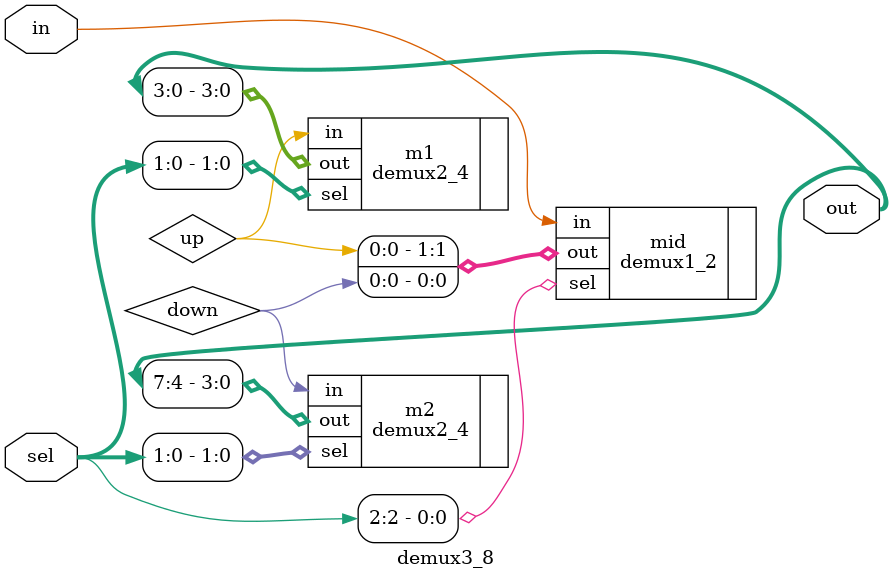
<source format=sv>
module demux3_8 (
    input logic in,
    input logic [2:0] sel,
    output logic[7:0] out
);

logic up,down;

demux1_2 mid(.in(in),.sel(sel[2]),.out({up,down}));
demux2_4 m1(.in(up),.sel(sel[1:0]),.out(out[3:0]));
demux2_4 m2(.in(down),.sel(sel[1:0]),.out(out[7:4]));

endmodule

</source>
